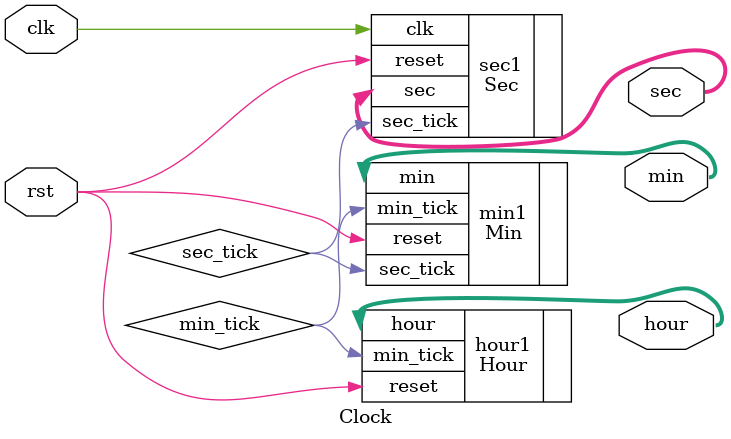
<source format=v>
module Clock (
    input clk,
    input rst, // asynchronous reset, active high
    output [2:0] hour,
    output [3:0] min,
    output [4:0] sec
);  
    
    wire sec_tick;
    wire min_tick;

    Sec sec1(
        .reset(rst),
        .clk(clk),
        .sec(sec),
        .sec_tick(sec_tick)
    );

    Min min1(
        .reset(rst),
        .sec_tick(sec_tick),
        .min(min),
        .min_tick(min_tick)
    );

    Hour hour1(
        .reset(rst),
        .min_tick(min_tick),
        .hour(hour)
    );
endmodule
</source>
